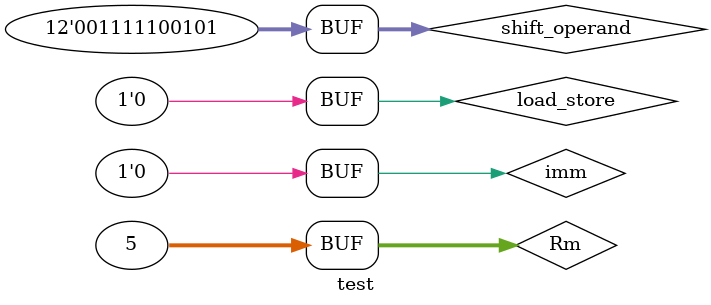
<source format=v>
`timescale 1ns/1ns
module test();
  reg [31:0] Rm = 5;
  reg [11:0] shift_operand = 12'b001110000101;
  reg imm = 0;
  reg load_store = 1;
  wire [31:0] val2;
  
  val2_generator val_gen(Rm, shift_operand, imm, load_store, val2);
  
  initial begin
    // load-store
    #50
    // 32-bit immediate
    imm = 1;
    load_store = 0;
    #50
    // immediate shift
    imm = 0;
    #50
    shift_operand[6:5] = 2'b01;
    #50
    shift_operand[6:5] = 2'b10;
    #50
    shift_operand[6:5] = 2'b11;
    #50
    shift_operand[6:5] = 2'b11;
  end 

endmodule


</source>
